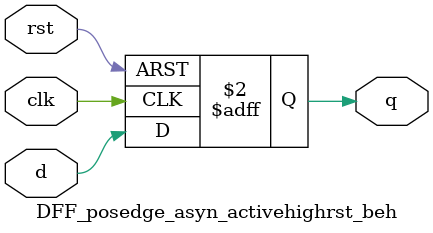
<source format=v>
`timescale 1ns / 1ps


module DFF_posedge_asyn_activehighrst_beh(
    input rst,clk,d,
    output reg q
    );
    always@(posedge clk or posedge rst)
    if(rst)
    q<=1'b0;
    else
    q<=d;
endmodule

</source>
